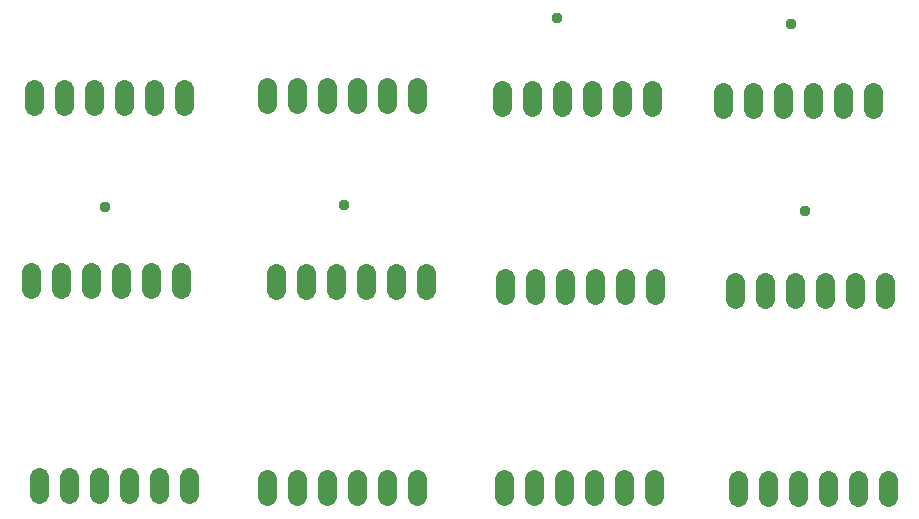
<source format=gbr>
G04 EAGLE Gerber RS-274X export*
G75*
%MOMM*%
%FSLAX34Y34*%
%LPD*%
%INSoldermask Bottom*%
%IPPOS*%
%AMOC8*
5,1,8,0,0,1.08239X$1,22.5*%
G01*
%ADD10C,1.611200*%
%ADD11C,0.959600*%


D10*
X77470Y8200D02*
X77470Y22280D01*
X52070Y22280D02*
X52070Y8200D01*
X102870Y8200D02*
X102870Y22280D01*
X128270Y22280D02*
X128270Y8200D01*
X26670Y8200D02*
X26670Y22280D01*
X1270Y22280D02*
X1270Y8200D01*
X274320Y9470D02*
X274320Y23550D01*
X248920Y23550D02*
X248920Y9470D01*
X299720Y9470D02*
X299720Y23550D01*
X325120Y23550D02*
X325120Y9470D01*
X223520Y9470D02*
X223520Y23550D01*
X198120Y23550D02*
X198120Y9470D01*
X473710Y6930D02*
X473710Y21010D01*
X448310Y21010D02*
X448310Y6930D01*
X499110Y6930D02*
X499110Y21010D01*
X524510Y21010D02*
X524510Y6930D01*
X422910Y6930D02*
X422910Y21010D01*
X397510Y21010D02*
X397510Y6930D01*
X660400Y5660D02*
X660400Y19740D01*
X635000Y19740D02*
X635000Y5660D01*
X685800Y5660D02*
X685800Y19740D01*
X711200Y19740D02*
X711200Y5660D01*
X609600Y5660D02*
X609600Y19740D01*
X584200Y19740D02*
X584200Y5660D01*
X74930Y-132660D02*
X74930Y-146740D01*
X49530Y-146740D02*
X49530Y-132660D01*
X100330Y-132660D02*
X100330Y-146740D01*
X125730Y-146740D02*
X125730Y-132660D01*
X24130Y-132660D02*
X24130Y-146740D01*
X-1270Y-146740D02*
X-1270Y-132660D01*
X281940Y-133930D02*
X281940Y-148010D01*
X256540Y-148010D02*
X256540Y-133930D01*
X307340Y-133930D02*
X307340Y-148010D01*
X332740Y-148010D02*
X332740Y-133930D01*
X231140Y-133930D02*
X231140Y-148010D01*
X205740Y-148010D02*
X205740Y-133930D01*
X476250Y-137740D02*
X476250Y-151820D01*
X450850Y-151820D02*
X450850Y-137740D01*
X501650Y-137740D02*
X501650Y-151820D01*
X527050Y-151820D02*
X527050Y-137740D01*
X425450Y-137740D02*
X425450Y-151820D01*
X400050Y-151820D02*
X400050Y-137740D01*
X670560Y-141550D02*
X670560Y-155630D01*
X645160Y-155630D02*
X645160Y-141550D01*
X695960Y-141550D02*
X695960Y-155630D01*
X721360Y-155630D02*
X721360Y-141550D01*
X619760Y-141550D02*
X619760Y-155630D01*
X594360Y-155630D02*
X594360Y-141550D01*
X81280Y-306650D02*
X81280Y-320730D01*
X55880Y-320730D02*
X55880Y-306650D01*
X106680Y-306650D02*
X106680Y-320730D01*
X132080Y-320730D02*
X132080Y-306650D01*
X30480Y-306650D02*
X30480Y-320730D01*
X5080Y-320730D02*
X5080Y-306650D01*
X274320Y-307920D02*
X274320Y-322000D01*
X248920Y-322000D02*
X248920Y-307920D01*
X299720Y-307920D02*
X299720Y-322000D01*
X325120Y-322000D02*
X325120Y-307920D01*
X223520Y-307920D02*
X223520Y-322000D01*
X198120Y-322000D02*
X198120Y-307920D01*
X474980Y-307920D02*
X474980Y-322000D01*
X449580Y-322000D02*
X449580Y-307920D01*
X500380Y-307920D02*
X500380Y-322000D01*
X525780Y-322000D02*
X525780Y-307920D01*
X424180Y-307920D02*
X424180Y-322000D01*
X398780Y-322000D02*
X398780Y-307920D01*
X673100Y-309190D02*
X673100Y-323270D01*
X647700Y-323270D02*
X647700Y-309190D01*
X698500Y-309190D02*
X698500Y-323270D01*
X723900Y-323270D02*
X723900Y-309190D01*
X622300Y-309190D02*
X622300Y-323270D01*
X596900Y-323270D02*
X596900Y-309190D01*
D11*
X60960Y-77724D03*
X263652Y-76200D03*
X443484Y82296D03*
X653796Y-80772D03*
X641604Y77724D03*
M02*

</source>
